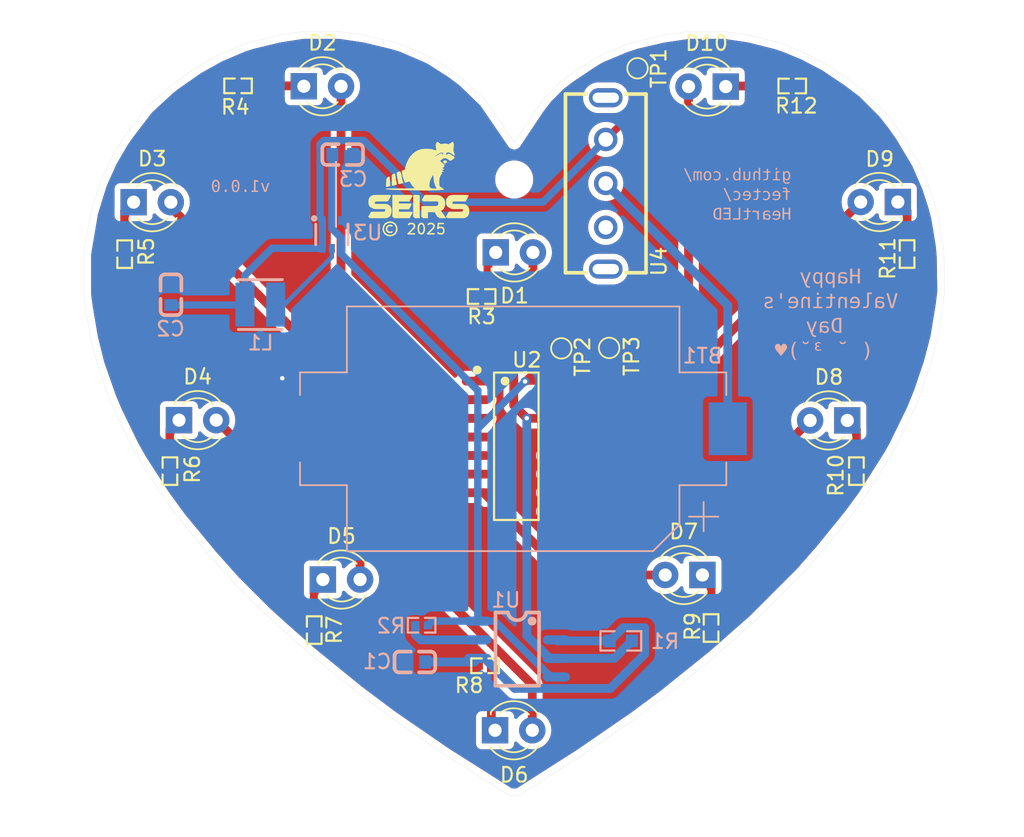
<source format=kicad_pcb>
(kicad_pcb (version 20240108) (generator "pcbnew") (generator_version "8.0")
  (layers (0 "F.Cu" signal) (31 "B.Cu" signal) (34 "B.Paste" user) (35 "F.Paste" user) (36 "B.SilkS" user "B.Silkscreen") (37 "F.SilkS" user "F.Silkscreen") (38 "B.Mask" user) (39 "F.Mask" user) (44 "Edge.Cuts" user))
  (net 0 "")
  (net 1 "Net-(BT1-+)")
  (net 2 "GND")
  (net 3 "Net-(U1-THRESHOLD)")
  (net 4 "+3V")
  (net 5 "Net-(D5-K)")
  (net 6 "Net-(D1-A)")
  (net 7 "Net-(D2-A)")
  (net 8 "Net-(D3-A)")
  (net 9 "Net-(D4-A)")
  (net 10 "Net-(D5-A)")
  (net 11 "Net-(D6-A)")
  (net 12 "Net-(D7-A)")
  (net 13 "Net-(D8-A)")
  (net 14 "Net-(D9-A)")
  (net 15 "Net-(D10-A)")
  (net 16 "ASTABLE_OUTPUT")
  (net 17 "Net-(U1-DISCHARGE)")
  (net 22 "Net-(D2-K)")
  (net 23 "Net-(D3-K)")
  (net 24 "Net-(D4-K)")
  (net 25 "Net-(D6-K)")
  (net 26 "Net-(D7-K)")
  (net 27 "Net-(D8-K)")
  (net 28 "Net-(D9-K)")
  (net 29 "Net-(D10-K)")
  (net 30 "Net-(D1-K)")
  (net 31 "+5V")
  (net 33 "Net-(U3-L)")
  (footprint "FOOTPRINTS:0402WGJ0332TCE" (layer "F.Cu") (at 156.82 87.69 90)
    (property "Reference" "R11" (at -0.31 -1.32 90) (layer "F.SilkS"))
    (property "Value" "3.3k")
    (pad "1" smd rect (at -0.43 0 90) (size 0.57 0.54) (layers "F.Cu" "F.Paste" "F.Mask") (net 2 "GND"))
    (pad "2" smd rect (at 0.43 0 90) (size 0.57 0.54) (layers "F.Cu" "F.Paste" "F.Mask") (net 28 "Net-(D9-K)"))
  )
  (footprint "LED_THT:LED_D3.0mm" (layer "F.Cu") (at 104.02 84.15)
    (property "Reference" "D3" (at 1.27 -2.96 0) (layer "F.SilkS"))
    (property "Value" "LED")
    (pad "1" thru_hole rect (at 0 0) (size 1.8 1.8) (drill 0.9) (layers "*.Cu" "*.Mask") (net 23 "Net-(D3-K)"))
    (pad "2" thru_hole circle (at 2.54 0) (size 1.8 1.8) (drill 0.9) (layers "*.Cu" "*.Mask") (net 8 "Net-(D3-A)"))
  )
  (footprint "FOOTPRINTS:0402WGJ0332TCE" (layer "F.Cu") (at 143.44 113.22 -90)
    (property "Reference" "R9" (at -0.1 1.27 90) (layer "F.SilkS"))
    (property "Value" "3.3k")
    (pad "1" smd rect (at -0.43 0 270) (size 0.57 0.54) (layers "F.Cu" "F.Paste" "F.Mask") (net 26 "Net-(D7-K)"))
    (pad "2" smd rect (at 0.43 0 270) (size 0.57 0.54) (layers "F.Cu" "F.Paste" "F.Mask") (net 2 "GND"))
  )
  (footprint "TestPoint:TestPoint_Pad_D1.0mm" (layer "F.Cu") (at 133.22 94.13 -90)
    (property "Reference" "TP2" (at 0.56 -1.448 90) (layer "F.SilkS"))
    (property "Value" "TestPoint")
    (pad "1" smd circle (at 0 0 270) (size 1 1) (layers "F.Cu" "F.Mask") (net 31 "+5V"))
  )
  (footprint "LED_THT:LED_D3.0mm" (layer "F.Cu") (at 156.19 84.14 180)
    (property "Reference" "D9" (at 1.24 2.93 0) (layer "F.SilkS"))
    (property "Value" "LED")
    (pad "1" thru_hole rect (at 0 0 180) (size 1.8 1.8) (drill 0.9) (layers "*.Cu" "*.Mask") (net 28 "Net-(D9-K)"))
    (pad "2" thru_hole circle (at 2.54 0 180) (size 1.8 1.8) (drill 0.9) (layers "*.Cu" "*.Mask") (net 14 "Net-(D9-A)"))
  )
  (footprint "LED_THT:LED_D3.0mm" (layer "F.Cu") (at 152.74 99.05 180)
    (property "Reference" "D8" (at 1.26 2.96 0) (layer "F.SilkS"))
    (property "Value" "LED")
    (pad "1" thru_hole rect (at 0 0 180) (size 1.8 1.8) (drill 0.9) (layers "*.Cu" "*.Mask") (net 27 "Net-(D8-K)"))
    (pad "2" thru_hole circle (at 2.54 0 180) (size 1.8 1.8) (drill 0.9) (layers "*.Cu" "*.Mask") (net 13 "Net-(D8-A)"))
  )
  (footprint "LED_THT:LED_D3.0mm" (layer "F.Cu") (at 115.64 76.24)
    (property "Reference" "D2" (at 1.27 -2.96 0) (layer "F.SilkS"))
    (property "Value" "LED")
    (pad "1" thru_hole rect (at 0 0) (size 1.8 1.8) (drill 0.9) (layers "*.Cu" "*.Mask") (net 22 "Net-(D2-K)"))
    (pad "2" thru_hole circle (at 2.54 0) (size 1.8 1.8) (drill 0.9) (layers "*.Cu" "*.Mask") (net 7 "Net-(D2-A)"))
  )
  (footprint "LED_THT:LED_D3.0mm" (layer "F.Cu") (at 107.12 99.03)
    (property "Reference" "D4" (at 1.27 -2.96 0) (layer "F.SilkS"))
    (property "Value" "LED")
    (pad "1" thru_hole rect (at 0 0) (size 1.8 1.8) (drill 0.9) (layers "*.Cu" "*.Mask") (net 24 "Net-(D4-K)"))
    (pad "2" thru_hole circle (at 2.54 0) (size 1.8 1.8) (drill 0.9) (layers "*.Cu" "*.Mask") (net 9 "Net-(D4-A)"))
  )
  (footprint "FOOTPRINTS:0402WGJ0332TCE" (layer "F.Cu") (at 103.41 87.7 -90)
    (property "Reference" "R5" (at -0.17 -1.48 90) (layer "F.SilkS"))
    (property "Value" "3.3k")
    (pad "1" smd rect (at -0.43 0 270) (size 0.57 0.54) (layers "F.Cu" "F.Paste" "F.Mask") (net 23 "Net-(D3-K)"))
    (pad "2" smd rect (at 0.43 0 270) (size 0.57 0.54) (layers "F.Cu" "F.Paste" "F.Mask") (net 2 "GND"))
  )
  (footprint "FOOTPRINTS:CD4017BM96" (layer "F.Cu") (at 130.145 100.815 -90)
    (property "Reference" "U2" (at -5.895 -0.715 0) (layer "F.SilkS"))
    (property "Value" "CD4017BM96")
    (pad "1" smd oval (at -4.45 2.74 270) (size 0.6 1.97) (layers "F.Cu" "F.Paste" "F.Mask") (net 6 "Net-(D1-A)"))
    (pad "2" smd oval (at -3.18 2.74 270) (size 0.6 1.97) (layers "F.Cu" "F.Paste" "F.Mask") (net 7 "Net-(D2-A)"))
    (pad "3" smd oval (at -1.91 2.74 270) (size 0.6 1.97) (layers "F.Cu" "F.Paste" "F.Mask") (net 8 "Net-(D3-A)"))
    (pad "4" smd oval (at -0.63 2.74 270) (size 0.6 1.97) (layers "F.Cu" "F.Paste" "F.Mask") (net 9 "Net-(D4-A)"))
    (pad "5" smd oval (at 0.63 2.74 270) (size 0.6 1.97) (layers "F.Cu" "F.Paste" "F.Mask") (net 10 "Net-(D5-A)"))
    (pad "6" smd oval (at 1.9 2.74 270) (size 0.6 1.97) (layers "F.Cu" "F.Paste" "F.Mask") (net 11 "Net-(D6-A)"))
    (pad "7" smd oval (at 3.17 2.74 270) (size 0.6 1.97) (layers "F.Cu" "F.Paste" "F.Mask") (net 12 "Net-(D7-A)"))
    (pad "8" smd oval (at 4.44 2.74 270) (size 0.6 1.97) (layers "F.Cu" "F.Paste" "F.Mask") (net 2 "GND"))
    (pad "9" smd oval (at 4.44 -2.74 270) (size 0.6 1.97) (layers "F.Cu" "F.Paste" "F.Mask") (net 13 "Net-(D8-A)"))
    (pad "10" smd oval (at 3.17 -2.74 270) (size 0.6 1.97) (layers "F.Cu" "F.Paste" "F.Mask") (net 14 "Net-(D9-A)"))
    (pad "11" smd oval (at 1.9 -2.74 270) (size 0.6 1.97) (layers "F.Cu" "F.Paste" "F.Mask") (net 15 "Net-(D10-A)"))
    (pad "12" smd oval (at 0.63 -2.74 270) (size 0.6 1.97) (layers "F.Cu" "F.Paste" "F.Mask"))
    (pad "13" smd oval (at -0.63 -2.74 270) (size 0.6 1.97) (layers "F.Cu" "F.Paste" "F.Mask") (net 2 "GND"))
    (pad "14" smd oval (at -1.91 -2.74 270) (size 0.6 1.97) (layers "F.Cu" "F.Paste" "F.Mask") (net 16 "ASTABLE_OUTPUT"))
    (pad "15" smd oval (at -3.18 -2.74 270) (size 0.6 1.97) (layers "F.Cu" "F.Paste" "F.Mask"))
    (pad "16" smd oval (at -4.45 -2.74 270) (size 0.6 1.97) (layers "F.Cu" "F.Paste" "F.Mask") (net 31 "+5V"))
  )
  (footprint "FOOTPRINTS:0402WGJ0332TCE" (layer "F.Cu") (at 106.5 102.51 -90)
    (property "Reference" "R6" (at -0.13 -1.53 90) (layer "F.SilkS"))
    (property "Value" "3.3k")
    (pad "1" smd rect (at -0.43 0 270) (size 0.57 0.54) (layers "F.Cu" "F.Paste" "F.Mask") (net 24 "Net-(D4-K)"))
    (pad "2" smd rect (at 0.43 0 270) (size 0.57 0.54) (layers "F.Cu" "F.Paste" "F.Mask") (net 2 "GND"))
  )
  (footprint "FOOTPRINTS:HX SS12F44G4" (layer "F.Cu") (at 136.25 82.87 90)
    (property "Reference" "U4" (at -5.33 3.64 90) (layer "F.SilkS"))
    (property "Value" "HX SS12F44G4")
    (pad "1" thru_hole circle (at -3 0 90) (size 1.6 1.6) (drill 0.999998) (layers "*.Cu" "*.Mask"))
    (pad "2" thru_hole circle (at 0 0 90) (size 1.6 1.6) (drill 0.999998) (layers "*.Cu" "*.Mask") (net 1 "Net-(BT1-+)"))
    (pad "3" thru_hole circle (at 3 0 90) (size 1.6 1.6) (drill 0.999998) (layers "*.Cu" "*.Mask") (net 4 "+3V"))
    (pad "4" thru_hole oval (at 5.85 0 270) (size 1.3 2.3) (drill oval 0.700024 1.799996) (layers "*.Cu" "*.Mask"))
    (pad "5" thru_hole oval (at -5.85 0 270) (size 1.3 2.3) (drill oval 0.700024 1.799996) (layers "*.Cu" "*.Mask"))
  )
  (footprint "LED_THT:LED_D3.0mm" (layer "F.Cu") (at 142.85 109.6 180)
    (property "Reference" "D7" (at 1.28 2.96 0) (layer "F.SilkS"))
    (property "Value" "LED")
    (pad "1" thru_hole rect (at 0 0 180) (size 1.8 1.8) (drill 0.9) (layers "*.Cu" "*.Mask") (net 26 "Net-(D7-K)"))
    (pad "2" thru_hole circle (at 2.54 0 180) (size 1.8 1.8) (drill 0.9) (layers "*.Cu" "*.Mask") (net 12 "Net-(D7-A)"))
  )
  (footprint "FOOTPRINTS:0402WGJ0332TCE" (layer "F.Cu") (at 116.35 113.36 90)
    (property "Reference" "R7" (at 0.01 1.37 90) (layer "F.SilkS"))
    (property "Value" "3.3k")
    (pad "1" smd rect (at -0.43 0 90) (size 0.57 0.54) (layers "F.Cu" "F.Paste" "F.Mask") (net 2 "GND"))
    (pad "2" smd rect (at 0.43 0 90) (size 0.57 0.54) (layers "F.Cu" "F.Paste" "F.Mask") (net 5 "Net-(D5-K)"))
  )
  (footprint "LED_THT:LED_D3.0mm" (layer "F.Cu") (at 144.44 76.26 180)
    (property "Reference" "D10" (at 1.3 2.96 0) (layer "F.SilkS"))
    (property "Value" "LED")
    (pad "1" thru_hole rect (at 0 0 180) (size 1.8 1.8) (drill 0.9) (layers "*.Cu" "*.Mask") (net 29 "Net-(D10-K)"))
    (pad "2" thru_hole circle (at 2.54 0 180) (size 1.8 1.8) (drill 0.9) (layers "*.Cu" "*.Mask") (net 15 "Net-(D10-A)"))
  )
  (footprint "FOOTPRINTS:0402WGJ0332TCE" (layer "F.Cu") (at 111.15 76.21 180)
    (property "Reference" "R4" (at 0.19 -1.45 0) (layer "F.SilkS"))
    (property "Value" "3.3k")
    (pad "1" smd rect (at -0.43 0 180) (size 0.57 0.54) (layers "F.Cu" "F.Paste" "F.Mask") (net 22 "Net-(D2-K)"))
    (pad "2" smd rect (at 0.43 0 180) (size 0.57 0.54) (layers "F.Cu" "F.Paste" "F.Mask") (net 2 "GND"))
  )
  (footprint "FOOTPRINTS:seirslogo" (layer "F.Cu") (at 123.455144 84.537947)
    (property "Reference" "G***" (hide yes))
    (property "Value" "LOGO" (hide yes))
  )
  (footprint "MountingHole:MountingHole_2.1mm" (layer "F.Cu") (at 130 82.6)
    (property "Reference" "H1" (hide yes))
    (property "Value" "MountingHole")
    (pad "" np_thru_hole circle (at 0 0) (size 2.1 2.1) (drill 2.1) (layers "*.Cu" "*.Mask"))
  )
  (footprint "LED_THT:LED_D3.0mm" (layer "F.Cu") (at 116.94 109.91)
    (property "Reference" "D5" (at 1.27 -2.96 0) (layer "F.SilkS"))
    (property "Value" "LED")
    (pad "1" thru_hole rect (at 0 0) (size 1.8 1.8) (drill 0.9) (layers "*.Cu" "*.Mask") (net 5 "Net-(D5-K)"))
    (pad "2" thru_hole circle (at 2.54 0) (size 1.8 1.8) (drill 0.9) (layers "*.Cu" "*.Mask") (net 10 "Net-(D5-A)"))
  )
  (footprint "FOOTPRINTS:0402WGJ0332TCE" (layer "F.Cu") (at 148.98 76.22 180)
    (property "Reference" "R12" (at -0.28 -1.36 0) (layer "F.SilkS"))
    (property "Value" "3.3k")
    (pad "1" smd rect (at -0.43 0 180) (size 0.57 0.54) (layers "F.Cu" "F.Paste" "F.Mask") (net 2 "GND"))
    (pad "2" smd rect (at 0.43 0 180) (size 0.57 0.54) (layers "F.Cu" "F.Paste" "F.Mask") (net 29 "Net-(D10-K)"))
  )
  (footprint "TestPoint:TestPoint_Pad_D1.0mm" (layer "F.Cu") (at 136.48 94.1 -90)
    (property "Reference" "TP3" (at 0.56 -1.54 90) (layer "F.SilkS"))
    (property "Value" "TestPoint")
    (pad "1" smd circle (at 0 0 270) (size 1 1) (layers "F.Cu" "F.Mask") (net 16 "ASTABLE_OUTPUT"))
  )
  (footprint "FOOTPRINTS:0402WGJ0332TCE" (layer "F.Cu") (at 153.36 102.51 90)
    (property "Reference" "R10" (at -0.29 -1.4 90) (layer "F.SilkS"))
    (property "Value" "3.3k")
    (pad "1" smd rect (at -0.43 0 90) (size 0.57 0.54) (layers "F.Cu" "F.Paste" "F.Mask") (net 2 "GND"))
    (pad "2" smd rect (at 0.43 0 90) (size 0.57 0.54) (layers "F.Cu" "F.Paste" "F.Mask") (net 27 "Net-(D8-K)"))
  )
  (footprint "LED_THT:LED_D3.0mm" (layer "F.Cu") (at 128.695 120.2)
    (property "Reference" "D6" (at 1.305 3.05 0) (layer "F.SilkS"))
    (property "Value" "LED")
    (pad "1" thru_hole rect (at 0 0) (size 1.8 1.8) (drill 0.9) (layers "*.Cu" "*.Mask") (net 25 "Net-(D6-K)"))
    (pad "2" thru_hole circle (at 2.54 0) (size 1.8 1.8) (drill 0.9) (layers "*.Cu" "*.Mask") (net 11 "Net-(D6-A)"))
  )
  (footprint "TestPoint:TestPoint_Pad_D1.0mm" (layer "F.Cu") (at 138.42 75.01 -90)
    (property "Reference" "TP1" (at 0 -1.448 90) (layer "F.SilkS"))
    (property "Value" "TestPoint")
    (pad "1" smd circle (at 0 0 270) (size 1 1) (layers "F.Cu" "F.Mask") (net 4 "+3V"))
  )
  (footprint "FOOTPRINTS:raccoonimage" (layer "F.Cu") (at 123.51 81.74)
    (property "Reference" "G***" (hide yes))
    (property "Value" "LOGO" (hide yes))
  )
  (footprint "FOOTPRINTS:0402WGJ0332TCE" (layer "F.Cu") (at 128.0112 115.795 180)
    (property "Reference" "R8" (at 1.0912 -1.345 0) (layer "F.SilkS"))
    (property "Value" "3.3k")
    (pad "1" smd rect (at -0.43 0 180) (size 0.57 0.54) (layers "F.Cu" "F.Paste" "F.Mask") (net 25 "Net-(D6-K)"))
    (pad "2" smd rect (at 0.43 0 180) (size 0.57 0.54) (layers "F.Cu" "F.Paste" "F.Mask") (net 2 "GND"))
  )
  (footprint "LED_THT:LED_D3.0mm" (layer "F.Cu") (at 128.74 87.58)
    (property "Reference" "D1" (at 1.28 2.96 0) (layer "F.SilkS"))
    (property "Value" "LED")
    (pad "1" thru_hole rect (at 0 0) (size 1.8 1.8) (drill 0.9) (layers "*.Cu" "*.Mask") (net 30 "Net-(D1-K)"))
    (pad "2" thru_hole circle (at 2.54 0) (size 1.8 1.8) (drill 0.9) (layers "*.Cu" "*.Mask") (net 6 "Net-(D1-A)"))
  )
  (footprint "FOOTPRINTS:0402WGJ0332TCE" (layer "F.Cu") (at 127.78 90.59 180)
    (property "Reference" "R3" (at 0.01 -1.37 0) (layer "F.SilkS"))
    (property "Value" "3.3k")
    (pad "1" smd rect (at -0.43 0 180) (size 0.57 0.54) (layers "F.Cu" "F.Paste" "F.Mask") (net 30 "Net-(D1-K)"))
    (pad "2" smd rect (at 0.43 0 180) (size 0.57 0.54) (layers "F.Cu" "F.Paste" "F.Mask") (net 2 "GND"))
  )
  (footprint "FOOTPRINTS:LQH3NPN4R7MMEL" (layer "B.Cu") (at 112.67 91.14)
    (property "Reference" "L1" (at 0.02 2.61 0) (layer "B.SilkS") (effects (justify mirror)))
    (property "Value" "4.7uH")
    (pad "1" smd rect (at -1.05 0) (size 1.3 3) (layers "B.Cu" "B.Paste" "B.Mask") (net 4 "+3V"))
    (pad "2" smd rect (at 1.05 0) (size 1.3 3) (layers "B.Cu" "B.Paste" "B.Mask") (net 33 "Net-(U3-L)"))
  )
  (footprint "FOOTPRINTS:CL10A106MQ8NNNC" (layer "B.Cu") (at 106.57 90.47 90)
    (property "Reference" "C2" (at -2.33 -0.03 0) (layer "B.SilkS") (effects (justify mirror)))
    (property "Value" "10uF")
    (pad "1" smd rect (at -0.7 0 90) (size 0.8 0.9) (layers "B.Cu" "B.Paste" "B.Mask") (net 4 "+3V"))
    (pad "2" smd rect (at 0.7 0 90) (size 0.8 0.9) (layers "B.Cu" "B.Paste" "B.Mask") (net 2 "GND"))
  )
  (footprint "FOOTPRINTS:CL10A475KP8NNNC" (layer "B.Cu") (at 123.22 115.54 180)
    (property "Reference" "C1" (at 2.58 0.03 0) (layer "B.SilkS") (effects (justify mirror)))
    (property "Value" "4.7uF")
    (pad "1" smd rect (at -0.7 0 180) (size 0.8 0.9) (layers "B.Cu" "B.Paste" "B.Mask") (net 3 "Net-(U1-THRESHOLD)"))
    (pad "2" smd rect (at 0.7 0 180) (size 0.8 0.9) (layers "B.Cu" "B.Paste" "B.Mask") (net 2 "GND"))
  )
  (footprint "FOOTPRINTS:0402WGJ0103TCE" (layer "B.Cu") (at 123.68 113.03)
    (property "Reference" "R2" (at -2.09 0.04 0) (layer "B.SilkS") (effects (justify mirror)))
    (property "Value" "10k")
    (pad "1" smd rect (at -0.43 0) (size 0.57 0.54) (layers "B.Cu" "B.Paste" "B.Mask") (net 17 "Net-(U1-DISCHARGE)"))
    (pad "2" smd rect (at 0.43 0) (size 0.57 0.54) (layers "B.Cu" "B.Paste" "B.Mask") (net 31 "+5V"))
  )
  (footprint "Battery:BatteryHolder_Keystone_1060_1x2032" (layer "B.Cu") (at 129.93 99.62 180)
    (property "Reference" "BT1" (at -12.93 4.98 0) (layer "B.SilkS") (effects (justify mirror)))
    (property "Value" "Battery_Cell")
    (pad "1" smd rect (at -14.65 0) (size 2.6 3.6) (layers "B.Cu" "B.Paste" "B.Mask") (net 1 "Net-(BT1-+)"))
    (pad "2" smd rect (at 14.65 0) (size 2.6 3.6) (layers "B.Cu" "B.Paste" "B.Mask") (net 2 "GND"))
  )
  (footprint "FOOTPRINTS:TPS61222DCKR" (layer "B.Cu") (at 117.555208 86.350208 90)
    (property "Reference" "U3" (at 0.110208 2.444792 0) (layer "B.SilkS") (effects (justify mirror)))
    (property "Value" "TPS61222DCKR")
    (pad "1" smd rect (at 0.95 -0.65) (size 0.42 0.6) (layers "B.Cu" "B.Paste" "B.Mask") (net 4 "+3V"))
    (pad "2" smd rect (at 0.95 0) (size 0.42 0.6) (layers "B.Cu" "B.Paste" "B.Mask") (net 31 "+5V"))
    (pad "3" smd rect (at 0.95 0.65) (size 0.42 0.6) (layers "B.Cu" "B.Paste" "B.Mask") (net 2 "GND"))
    (pad "4" smd rect (at -0.95 0.65 180) (size 0.42 0.6) (layers "B.Cu" "B.Paste" "B.Mask") (net 31 "+5V"))
    (pad "5" smd rect (at -0.95 0 180) (size 0.42 0.6) (layers "B.Cu" "B.Paste" "B.Mask") (net 33 "Net-(U3-L)"))
    (pad "6" smd rect (at -0.95 -0.65 180) (size 0.42 0.6) (layers "B.Cu" "B.Paste" "B.Mask") (net 4 "+3V"))
  )
  (footprint "FOOTPRINTS:CL10A106MQ8NNNC" (layer "B.Cu") (at 118.29 80.9)
    (property "Reference" "C3" (at 0.72 1.68 0) (layer "B.SilkS") (effects (justify mirror)))
    (property "Value" "10uF")
    (pad "1" smd rect (at -0.7 0) (size 0.8 0.9) (layers "B.Cu" "B.Paste" "B.Mask") (net 31 "+5V"))
    (pad "2" smd rect (at 0.7 0) (size 0.8 0.9) (layers "B.Cu" "B.Paste" "B.Mask") (net 2 "GND"))
  )
  (footprint "FOOTPRINTS:ICM7555IBAZ-T" (layer "B.Cu") (at 130.2 114.66 -90)
    (property "Reference" "U1" (at -3.35 0.77 0) (layer "B.SilkS") (effects (justify mirror)))
    (property "Value" "ICM7555IBAZ-T")
    (pad "1" smd oval (at -1.91 -2.68 270) (size 0.63 1.86) (layers "B.Cu" "B.Paste" "B.Mask") (net 2 "GND"))
    (pad "2" smd oval (at -0.63 -2.68 270) (size 0.63 1.86) (layers "B.Cu" "B.Paste" "B.Mask") (net 3 "Net-(U1-THRESHOLD)"))
    (pad "3" smd oval (at 0.63 -2.68 270) (size 0.63 1.86) (layers "B.Cu" "B.Paste" "B.Mask") (net 16 "ASTABLE_OUTPUT"))
    (pad "4" smd oval (at 1.9 -2.68 270) (size 0.63 1.86) (layers "B.Cu" "B.Paste" "B.Mask") (net 31 "+5V"))
    (pad "5" smd oval (at 1.9 2.68 270) (size 0.63 1.86) (layers "B.Cu" "B.Paste" "B.Mask") (net 2 "GND"))
    (pad "6" smd oval (at 0.63 2.68 270) (size 0.63 1.86) (layers "B.Cu" "B.Paste" "B.Mask") (net 3 "Net-(U1-THRESHOLD)"))
    (pad "7" smd oval (at -0.63 2.68 270) (size 0.63 1.86) (layers "B.Cu" "B.Paste" "B.Mask") (net 17 "Net-(U1-DISCHARGE)"))
    (pad "8" smd oval (at -1.91 2.68 270) (size 0.63 1.86) (layers "B.Cu" "B.Paste" "B.Mask") (net 31 "+5V"))
  )
  (footprint "FOOTPRINTS:0603WAJ0104T5E" (layer "B.Cu") (at 137.28 114.1 180)
    (property "Reference" "R1" (at -3.01 -0.03 0) (layer "B.SilkS") (effects (justify mirror)))
    (property "Value" "100k")
    (pad "1" smd rect (at -0.75 0 180) (size 0.81 0.86) (layers "B.Cu" "B.Paste" "B.Mask") (net 16 "ASTABLE_OUTPUT"))
    (pad "2" smd rect (at 0.75 0 180) (size 0.81 0.86) (layers "B.Cu" "B.Paste" "B.Mask") (net 3 "Net-(U1-THRESHOLD)"))
  )
  (gr_line (start 159.38 90.264) (end 159.339361 87.818967) (stroke (width 0.0148)) (layer "Edge.Cuts"))
  (gr_line (start 101.189882 84.559471) (end 101.096462 84.867692) (stroke (width 0.0148)) (layer "Edge.Cuts"))
  (gr_line (start 118.088 72.504) (end 115.572 72.504) (stroke (width 0.0148)) (layer "Edge.Cuts"))
  (gr_line (start 133.036 76.056) (end 132.148 76.944) (stroke (width 0.0148)) (layer "Edge.Cuts"))
  (gr_line (start 131.796197 77.403164) (end 131.57376 77.69732) (stroke (width 0.0148)) (layer "Edge.Cuts"))
  (gr_line (start 100.731361 91.296967) (end 101.094118 93.439471) (stroke (width 0.0148)) (layer "Edge.Cuts"))
  (gr_line (start 102.3408 97.5086) (end 102.7552 98.4854) (stroke (width 0.0148)) (layer "Edge.Cuts"))
  (gr_line (start 134.504615 121.992923) (end 134.675385 121.879077) (stroke (width 0.0148)) (layer "Edge.Cuts"))
  (gr_line (start 156.511077 79.596615) (end 155.993077 78.856615) (stroke (width 0.0148)) (layer "Edge.Cuts"))
  (gr_line (start 114.109226 113.259544) (end 116.031671 114.961718) (stroke (width 0.0148)) (layer "Edge.Cuts"))
  (gr_line (start 158.964462 85.226308) (end 158.761882 84.424529) (stroke (width 0.0148)) (layer "Edge.Cuts"))
  (gr_line (start 158.444118 95.154529) (end 158.909882 93.365471) (stroke (width 0.0148)) (layer "Edge.Cuts"))
  (gr_line (start 101.096462 84.867692) (end 100.624 87.674) (stroke (width 0.0148)) (layer "Edge.Cuts"))
  (gr_line (start 150.999628 108.007669) (end 152.95976 105.59532) (stroke (width 0.0148)) (layer "Edge.Cuts"))
  (gr_line (start 132.148 76.944) (end 131.796197 77.403164) (stroke (width 0.0148)) (layer "Edge.Cuts"))
  (gr_line (start 147.9174 73.2218) (end 146.055 72.756) (stroke (width 0.0148)) (layer "Edge.Cuts"))
  (gr_line (start 152.95976 105.59532) (end 153.96024 104.23668) (stroke (width 0.0148)) (layer "Edge.Cuts"))
  (gr_line (start 130.09376 79.91732) (end 130.002 80.052) (stroke (width 0.0148)) (layer "Edge.Cuts"))
  (gr_line (start 103.601077 79.397385) (end 103.23176 79.91732) (stroke (width 0.0148)) (layer "Edge.Cuts"))
  (gr_line (start 152.85468 75.77776) (end 151.3066 74.7388) (stroke (width 0.0148)) (layer "Edge.Cuts"))
  (gr_line (start 128.078 77.24) (end 126.61132 75.81624) (stroke (width 0.0148)) (layer "Edge.Cuts"))
  (gr_line (start 102.4148 81.3174) (end 101.7192 82.8566) (stroke (width 0.0148)) (layer "Edge.Cuts"))
  (gr_line (start 135.3966 74.4132) (end 133.78932 75.48176) (stroke (width 0.0148)) (layer "Edge.Cuts"))
  (gr_line (start 140.22732 117.95776) (end 143.676329 115.183718) (stroke (width 0.0148)) (layer "Edge.Cuts"))
  (gr_line (start 134.675385 121.879077) (end 138.27668 119.40224) (stroke (width 0.0148)) (layer "Edge.Cuts"))
  (gr_line (start 129.5654 124.5852) (end 129.6246 124.6148) (stroke (width 0.0148)) (layer "Edge.Cuts"))
  (gr_line (start 129.706 124.674) (end 130.298 124.674) (stroke (width 0.0148)) (layer "Edge.Cuts"))
  (gr_line (start 137.5426 73.4438) (end 135.8554 74.1468) (stroke (width 0.0148)) (layer "Edge.Cuts"))
  (gr_line (start 124.3706 74.2948) (end 124.0746 74.1468) (stroke (width 0.0148)) (layer "Edge.Cuts"))
  (gr_line (start 126.61132 75.81624) (end 125.77068 75.18576) (stroke (width 0.0148)) (layer "Edge.Cuts"))
  (gr_line (start 143.676329 115.183718) (end 145.484558 113.592398) (stroke (width 0.0148)) (layer "Edge.Cuts"))
  (gr_line (start 145.484558 113.592398) (end 146.43 112.76) (stroke (width 0.0148)) (layer "Edge.Cuts"))
  (gr_line (start 151.3066 74.7388) (end 149.8414 73.9692) (stroke (width 0.0148)) (layer "Edge.Cuts"))
  (gr_line (start 124.0746 74.1468) (end 122.3726 73.4142) (stroke (width 0.0148)) (layer "Edge.Cuts"))
  (gr_line (start 107.11824 105.74332) (end 109.263664 108.336044) (stroke (width 0.0148)) (layer "Edge.Cuts"))
  (gr_line (start 144.358 72.504) (end 141.916 72.504) (stroke (width 0.0148)) (layer "Edge.Cuts"))
  (gr_line (start 130.002 80.052) (end 128.078 77.24) (stroke (width 0.0148)) (layer "Edge.Cuts"))
  (gr_line (start 111.4354 73.4142) (end 109.8814 74.0728) (stroke (width 0.0148)) (layer "Edge.Cuts"))
  (gr_line (start 103.897077 100.834615) (end 104.4572 101.8154) (stroke (width 0.0148)) (layer "Edge.Cuts"))
  (gr_line (start 113.949 72.756) (end 112.100529 73.196118) (stroke (width 0.0148)) (layer "Edge.Cuts"))
  (gr_line (start 100.624 90.486) (end 100.731361 91.296967) (stroke (width 0.0148)) (layer "Edge.Cuts"))
  (gr_line (start 159.339361 87.818967) (end 159.272639 87.085033) (stroke (width 0.0148)) (layer "Edge.Cuts"))
  (gr_line (start 100.624 87.674) (end 100.624 90.486) (stroke (width 0.0148)) (layer "Edge.Cuts"))
  (gr_line (start 135.8554 74.1468) (end 135.3966 74.4132) (stroke (width 0.0148)) (layer "Edge.Cuts"))
  (gr_line (start 157.2932 98.3226) (end 157.7668 97.1534) (stroke (width 0.0148)) (layer "Edge.Cuts"))
  (gr_line (start 119.785 72.756) (end 118.088 72.504) (stroke (width 0.0148)) (layer "Edge.Cuts"))
  (gr_line (start 131.57376 77.69732) (end 130.09376 79.91732) (stroke (width 0.0148)) (layer "Edge.Cuts"))
  (gr_line (start 104.4572 101.8154) (end 105.96976 104.16268) (stroke (width 0.0148)) (layer "Edge.Cuts"))
  (gr_line (start 130.298 124.674) (end 134.504615 121.992923) (stroke (width 0.0148)) (layer "Edge.Cuts"))
  (gr_line (start 158.3292 83.0934) (end 157.6188 81.4506) (stroke (width 0.0148)) (layer "Edge.Cuts"))
  (gr_line (start 146.43 112.76) (end 149.686 109.504) (stroke (width 0.0148)) (layer "Edge.Cuts"))
  (gr_line (start 103.23176 79.91732) (end 102.4148 81.3174) (stroke (width 0.0148)) (layer "Edge.Cuts"))
  (gr_line (start 106.381561 76.333951) (end 104.916 77.684) (stroke (width 0.0148)) (layer "Edge.Cuts"))
  (gr_line (start 108.234615 75.002923) (end 106.706439 76.074049) (stroke (width 0.0148)) (layer "Edge.Cuts"))
  (gr_line (start 141.916 72.504) (end 140.135 72.77) (stroke (width 0.0148)) (layer "Edge.Cuts"))
  (gr_line (start 155.993077 78.856615) (end 155.31 77.98) (stroke (width 0.0148)) (layer "Edge.Cuts"))
  (gr_line (start 121.720529 73.217882) (end 119.785 72.756) (stroke (width 0.0148)) (layer "Edge.Cuts"))
  (gr_line (start 101.7192 82.8566) (end 101.189882 84.559471) (stroke (width 0.0148)) (layer "Edge.Cuts"))
  (gr_line (start 125.351385 121.918923) (end 129.5654 124.5852) (stroke (width 0.0148)) (layer "Edge.Cuts"))
  (gr_line (start 138.27668 119.40224) (end 140.22732 117.95776) (stroke (width 0.0148)) (layer "Edge.Cuts"))
  (gr_line (start 115.572 72.504) (end 113.949 72.756) (stroke (width 0.0148)) (layer "Edge.Cuts"))
  (gr_line (start 155.31 77.98) (end 153.904 76.574) (stroke (width 0.0148)) (layer "Edge.Cuts"))
  (gr_line (start 158.909882 93.365471) (end 159.272317 91.149193) (stroke (width 0.0148)) (layer "Edge.Cuts"))
  (gr_line (start 156.106923 100.760615) (end 157.2932 98.3226) (stroke (width 0.0148)) (layer "Edge.Cuts"))
  (gr_line (start 133.78932 75.48176) (end 133.54068 75.66824) (stroke (width 0.0148)) (layer "Edge.Cuts"))
  (gr_line (start 153.904 76.574) (end 152.85468 75.77776) (stroke (width 0.0148)) (layer "Edge.Cuts"))
  (gr_line (start 104.916 77.684) (end 103.601077 79.397385) (stroke (width 0.0148)) (layer "Edge.Cuts"))
  (gr_line (start 157.6188 81.4506) (end 156.511077 79.596615) (stroke (width 0.0148)) (layer "Edge.Cuts"))
  (gr_line (start 155.736923 101.426615) (end 156.106923 100.760615) (stroke (width 0.0148)) (layer "Edge.Cuts"))
  (gr_line (start 109.8814 74.0728) (end 109.7926 74.1172) (stroke (width 0.0148)) (layer "Edge.Cuts"))
  (gr_line (start 148.4946 73.4142) (end 147.9174 73.2218) (stroke (width 0.0148)) (layer "Edge.Cuts"))
  (gr_line (start 102.7552 98.4854) (end 103.897077 100.834615) (stroke (width 0.0148)) (layer "Edge.Cuts"))
  (gr_line (start 122.3726 73.4142) (end 121.720529 73.217882) (stroke (width 0.0148)) (layer "Edge.Cuts"))
  (gr_line (start 112.982 112.242) (end 114.109226 113.259544) (stroke (width 0.0148)) (layer "Edge.Cuts"))
  (gr_line (start 125.129385 121.770923) (end 125.351385 121.918923) (stroke (width 0.0148)) (layer "Edge.Cuts"))
  (gr_line (start 109.263664 108.336044) (end 110.836 110.096) (stroke (width 0.0148)) (layer "Edge.Cuts"))
  (gr_line (start 101.538118 95.215471) (end 102.3408 97.5086) (stroke (width 0.0148)) (layer "Edge.Cuts"))
  (gr_line (start 153.96024 104.23668) (end 155.736923 101.426615) (stroke (width 0.0148)) (layer "Edge.Cuts"))
  (gr_line (start 159.272639 87.085033) (end 158.964462 85.226308) (stroke (width 0.0148)) (layer "Edge.Cuts"))
  (gr_line (start 106.706439 76.074049) (end 106.381561 76.333951) (stroke (width 0.0148)) (layer "Edge.Cuts"))
  (gr_line (start 121.57932 119.32824) (end 125.129385 121.770923) (stroke (width 0.0148)) (layer "Edge.Cuts"))
  (gr_line (start 158.761882 84.424529) (end 158.3292 83.0934) (stroke (width 0.0148)) (layer "Edge.Cuts"))
  (gr_line (start 110.836 110.096) (end 112.982 112.242) (stroke (width 0.0148)) (layer "Edge.Cuts"))
  (gr_line (start 133.54068 75.66824) (end 133.036 76.056) (stroke (width 0.0148)) (layer "Edge.Cuts"))
  (gr_line (start 125.77068 75.18576) (end 124.3706 74.2948) (stroke (width 0.0148)) (layer "Edge.Cuts"))
  (gr_line (start 149.8414 73.9692) (end 148.4946 73.4142) (stroke (width 0.0148)) (layer "Edge.Cuts"))
  (gr_line (start 138.296529 73.196118) (end 137.5426 73.4438) (stroke (width 0.0148)) (layer "Edge.Cuts"))
  (gr_line (start 129.6246 124.6148) (end 129.706 124.674) (stroke (width 0.0148)) (layer "Edge.Cuts"))
  (gr_line (start 108.405385 74.889077) (end 108.234615 75.002923) (stroke (width 0.0148)) (layer "Edge.Cuts"))
  (gr_line (start 119.25868 117.58776) (end 121.57932 119.32824) (stroke (width 0.0148)) (layer "Edge.Cuts"))
  (gr_line (start 109.7926 74.1172) (end 108.405385 74.889077) (stroke (width 0.0148)) (layer "Edge.Cuts"))
  (gr_line (start 146.055 72.756) (end 144.358 72.504) (stroke (width 0.0148)) (layer "Edge.Cuts"))
  (gr_line (start 101.094118 93.439471) (end 101.538118 95.215471) (stroke (width 0.0148)) (layer "Edge.Cuts"))
  (gr_line (start 105.96976 104.16268) (end 107.11824 105.74332) (stroke (width 0.0148)) (layer "Edge.Cuts"))
  (gr_line (start 149.686 109.504) (end 150.999628 108.007669) (stroke (width 0.0148)) (layer "Edge.Cuts"))
  (gr_line (start 140.135 72.77) (end 138.296529 73.196118) (stroke (width 0.0148)) (layer "Edge.Cuts"))
  (gr_line (start 157.7668 97.1534) (end 158.444118 95.154529) (stroke (width 0.0148)) (layer "Edge.Cuts"))
  (gr_line (start 116.031671 114.961718) (end 119.25868 117.58776) (stroke (width 0.0148)) (layer "Edge.Cuts"))
  (gr_line (start 112.100529 73.196118) (end 111.4354 73.4142) (stroke (width 0.0148)) (layer "Edge.Cuts"))
  (gr_line (start 159.272317 91.149193) (end 159.38 90.264) (stroke (width 0.0148)) (layer "Edge.Cuts"))
  (gr_text "github.com/\nfectec/\nHeartLED" (at 148.92 83.67 0) (layer "B.SilkS") (effects (font (size 0.8 0.8) (thickness 0.1)) (justify left mirror)))
  (gr_text "v1.0.0" (at 113.34 83.12 0) (layer "B.SilkS") (effects (font (size 0.8 0.8) (thickness 0.1)) (justify left mirror)))
  (gr_text "Happy \nValentine's \nDay\n( ˘ ³˘)♥\n" (at 151.16 91.81 0) (layer "B.SilkS") (effects (font (size 1 1) (thickness 0.1)) (justify mirror)))
  (gr_text "© 2025" (at 120.86 86.4 0) (layer "F.SilkS") (effects (font (size 0.7 0.7) (thickness 0.1)) (justify left bottom)))
  (segment (start 144.58 91.2) (end 136.25 82.87) (width 0.6) (layer "B.Cu") (net 1))
  (segment (start 144.58 99.62) (end 144.58 91.2) (width 0.6) (layer "B.Cu") (net 1))
  (via (at 114.17 96.17) (size 0.6) (drill 0.3) (layers "F.Cu" "B.Cu") (net 2))
  (segment (start 115.28 99.62) (end 115.28 97.28) (width 0.6) (layer "B.Cu") (net 2))
  (segment (start 115.28 97.28) (end 114.17 96.17) (width 0.6) (layer "B.Cu") (net 2))
  (segment (start 130.030158 117.345) (end 127.975158 115.29) (width 0.6) (layer "B.Cu") (net 3))
  (segment (start 138.905 115) (end 136.56 117.345) (width 0.6) (layer "B.Cu") (net 3))
  (segment (start 136.53 114.1) (end 132.95 114.1) (width 0.6) (layer "B.Cu") (net 3))
  (segment (start 138.905 113.2) (end 138.905 115) (width 0.6) (layer "B.Cu") (net 3))
  (segment (start 132.95 114.1) (end 132.88 114.03) (width 0.6) (layer "B.Cu") (net 3))
  (segment (start 123.92 115.54) (end 127.27 115.54) (width 0.6) (layer "B.Cu") (net 3))
  (segment (start 136.53 114.1) (end 137.43 113.2) (width 0.6) (layer "B.Cu") (net 3))
  (segment (start 127.27 115.54) (end 127.52 115.29) (width 0.6) (layer "B.Cu") (net 3))
  (segment (start 127.975158 115.29) (end 127.52 115.29) (width 0.6) (layer "B.Cu") (net 3))
  (segment (start 136.56 117.345) (end 130.030158 117.345) (width 0.6) (layer "B.Cu") (net 3))
  (segment (start 137.43 113.2) (end 138.905 113.2) (width 0.6) (layer "B.Cu") (net 3))
  (segment (start 138.42 75.01) (end 138.42 77.7) (width 0.5) (layer "F.Cu") (net 4))
  (segment (start 138.42 77.7) (end 136.25 79.87) (width 0.5) (layer "F.Cu") (net 4))
  (segment (start 116.75 80.19) (end 116.75 85.245) (width 0.5) (layer "B.Cu") (net 4))
  (segment (start 116.75 85.245) (end 116.905208 85.400208) (width 0.5) (layer "B.Cu") (net 4))
  (segment (start 117 79.94) (end 116.75 80.19) (width 0.5) (layer "B.Cu") (net 4))
  (segment (start 111.62 89.14) (end 111.62 91.14) (width 0.5) (layer "B.Cu") (net 4))
  (segment (start 116.905208 87.300208) (end 113.459792 87.300208) (width 0.5) (layer "B.Cu") (net 4))
  (segment (start 116.905208 87.300208) (end 116.905208 85.400208) (width 0.5) (layer "B.Cu") (net 4))
  (segment (start 136.25 79.87) (end 131.97 84.15) (width 0.5) (layer "B.Cu") (net 4))
  (segment (start 131.97 84.15) (end 123.94 84.15) (width 0.5) (layer "B.Cu") (net 4))
  (segment (start 119.73 79.94) (end 117 79.94) (width 0.5) (layer "B.Cu") (net 4))
  (segment (start 113.459792 87.300208) (end 111.62 89.14) (width 0.5) (layer "B.Cu") (net 4))
  (segment (start 106.57 91.17) (end 111.59 91.17) (width 0.5) (layer "B.Cu") (net 4))
  (segment (start 123.94 84.15) (end 119.73 79.94) (width 0.5) (layer "B.Cu") (net 4))
  (segment (start 116.35 112.93) (end 116.35 110.5) (width 0.6) (layer "F.Cu") (net 5))
  (segment (start 127.405 96.365) (end 131.28 92.49) (width 0.6) (layer "F.Cu") (net 6))
  (segment (start 131.28 92.49) (end 131.28 87.58) (width 0.6) (layer "F.Cu") (net 6))
  (segment (start 118.18 89.395) (end 118.18 76.24) (width 0.6) (layer "F.Cu") (net 7))
  (segment (start 126.42 97.635) (end 118.18 89.395) (width 0.6) (layer "F.Cu") (net 7))
  (segment (start 127.405 97.635) (end 126.42 97.635) (width 0.6) (layer "F.Cu") (net 7))
  (segment (start 120.965 98.905) (end 106.2 84.14) (width 0.6) (layer "F.Cu") (net 8))
  (segment (start 127.405 98.905) (end 120.965 98.905) (width 0.6) (layer "F.Cu") (net 8))
  (segment (start 110.815 100.185) (end 109.66 99.03) (width 0.6) (layer "F.Cu") (net 9))
  (segment (start 127.405 100.185) (end 110.815 100.185) (width 0.6) (layer "F.Cu") (net 9))
  (segment (start 127.405 101.445) (end 126.42 101.445) (width 0.6) (layer "F.Cu") (net 10))
  (segment (start 119.48 108.385) (end 119.48 109.91) (width 0.6) (layer "F.Cu") (net 10))
  (segment (start 126.42 101.445) (end 119.48 108.385) (width 0.6) (layer "F.Cu") (net 10))
  (segment (start 125.76 111.6188) (end 131.235 117.0938) (width 0.6) (layer "F.Cu") (net 11))
  (segment (start 126.42 102.715) (end 125.76 103.375) (width 0.6) (layer "F.Cu") (net 11))
  (segment (start 125.76 103.375) (end 125.76 111.6188) (width 0.6) (layer "F.Cu") (net 11))
  (segment (start 131.235 117.0938) (end 131.235 120.2) (width 0.6) (layer "F.Cu") (net 11))
  (segment (start 127.405 102.715) (end 126.42 102.715) (width 0.6) (layer "F.Cu") (net 11))
  (segment (start 133.523944 109.6) (end 140.31 109.6) (width 0.6) (layer "F.Cu") (net 12))
  (segment (start 127.908944 103.985) (end 133.523944 109.6) (width 0.6) (layer "F.Cu") (net 12))
  (segment (start 132.885 105.255) (end 143.995 105.255) (width 0.6) (layer "F.Cu") (net 13))
  (segment (start 143.995 105.255) (end 150.2 99.05) (width 0.6) (layer "F.Cu") (net 13))
  (segment (start 132.885 103.985) (end 133.805 103.985) (width 0.6) (layer "F.Cu") (net 14))
  (segment (start 133.805 103.985) (end 153.65 84.14) (width 0.6) (layer "F.Cu") (net 14))
  (segment (start 133.87 102.715) (end 141.9 94.685) (width 0.6) (layer "F.Cu") (net 15))
  (segment (start 141.9 94.685) (end 141.9 76.26) (width 0.6) (layer "F.Cu") (net 15))
  (segment (start 132.885 102.715) (end 133.87 102.715) (width 0.6) (layer "F.Cu") (net 15))
  (segment (start 132.71 93.01) (end 135.39 93.01) (width 0.6) (layer "F.Cu") (net 16))
  (segment (start 129.97 95.75) (end 132.71 93.01) (width 0.6) (layer "F.Cu") (net 16))
  (segment (start 130.865 98.905) (end 130.86 98.9) (width 0.6) (layer "F.Cu") (net 16))
  (segment (start 135.39 93.01) (end 136.48 94.1) (width 0.6) (layer "F.Cu") (net 16))
  (segment (start 130.86 98.9) (end 129.97 98.01) (width 0.6) (layer "F.Cu") (net 16))
  (segment (start 132.885 98.905) (end 130.865 98.905) (width 0.6) (layer "F.Cu") (net 16))
  (segment (start 129.97 98.01) (end 129.97 95.75) (width 0.6) (layer "F.Cu") (net 16))
  (via (at 130.86 98.9) (size 0.6) (drill 0.3) (layers "F.Cu" "B.Cu") (net 16))
  (segment (start 132.88 115.29) (end 132.414842 115.29) (width 0.6) (layer "B.Cu") (net 16))
  (segment (start 138.03 114.1) (end 136.84 115.29) (width 0.6) (layer "B.Cu") (net 16))
  (segment (start 132.414842 115.29) (end 130.86 113.735158) (width 0.6) (layer "B.Cu") (net 16))
  (segment (start 130.86 113.735158) (end 130.86 98.9) (width 0.6) (layer "B.Cu") (net 16))
  (segment (start 136.84 115.29) (end 132.88 115.29) (width 0.6) (layer "B.Cu") (net 16))
  (segment (start 123.25 113.03) (end 123.25 113.665) (width 0.6) (layer "B.Cu") (net 17))
  (segment (start 123.615 114.03) (end 127.52 114.03) (width 0.6) (layer "B.Cu") (net 17))
  (segment (start 123.25 113.665) (end 123.615 114.03) (width 0.6) (layer "B.Cu") (net 17))
  (segment (start 111.58 76.21) (end 115.61 76.21) (width 0.6) (layer "F.Cu") (net 22))
  (segment (start 103.41 87.27) (end 103.41 84.76) (width 0.6) (layer "F.Cu") (net 23))
  (segment (start 103.41 84.76) (end 104.02 84.15) (width 0.6) (layer "F.Cu") (net 23))
  (segment (start 106.5 99.65) (end 107.12 99.03) (width 0.6) (layer "F.Cu") (net 24))
  (segment (start 106.5 102.08) (end 106.5 99.65) (width 0.6) (layer "F.Cu") (net 24))
  (segment (start 128.4412 115.795) (end 128.4412 119.9462) (width 0.6) (layer "F.Cu") (net 25))
  (segment (start 143.44 112.79) (end 143.44 110.19) (width 0.6) (layer "F.Cu") (net 26))
  (segment (start 153.36 99.67) (end 152.74 99.05) (width 0.6) (layer "F.Cu") (net 27))
  (segment (start 153.36 102.08) (end 153.36 99.67) (width 0.6) (layer "F.Cu") (net 27))
  (segment (start 156.82 87.26) (end 156.82 84.77) (width 0.6) (layer "F.Cu") (net 28))
  (segment (start 156.82 84.77) (end 156.19 84.14) (width 0.6) (layer "F.Cu") (net 28))
  (segment (start 148.55 76.22) (end 144.48 76.22) (width 0.6) (layer "F.Cu") (net 29))
  (segment (start 128.21 90.59) (end 128.21 88.11) (width 0.6) (layer "F.Cu") (net 30))
  (segment (start 133 94.13) (end 130.74 96.39) (width 0.5) (layer "F.Cu") (net 31))
  (segment (start 130.765 96.365) (end 130.74 96.39) (width 0.5) (layer "F.Cu") (net 31))
  (segment (start 132.885 96.365) (end 130.765 96.365) (width 0.5) (layer "F.Cu") (net 31))
  (via (at 130.74 96.39) (size 0.6) (drill 0.3) (layers "F.Cu" "B.Cu") (net 31))
  (segment (start 127.52 112.75) (end 124.39 112.75) (width 0.5) (layer "B.Cu") (net 31))
  (segment (start 117.555208 85.400208) (end 117.555208 85.950208) (width 0.5) (layer "B.Cu") (net 31))
  (segment (start 117.555208 85.950208) (end 118.205208 86.600208) (width 0.5) (layer "B.Cu") (net 31))
  (segment (start 124.39 112.75) (end 124.11 113.03) (width 0.5) (layer "B.Cu") (net 31))
  (segment (start 128.685553 112.75) (end 132.495553 116.56) (width 0.5) (layer "B.Cu") (net 31))
  (segment (start 118.205208 86.600208) (end 118.205208 87.300208) (width 0.5) (layer "B.Cu") (net 31))
  (segment (start 127.52 97.009584) (end 127.52 112.75) (width 0.5) (layer "B.Cu") (net 31))
  (segment (start 127.52 112.75) (end 127.52 99.61) (width 0.5) (layer "B.Cu") (net 31))
  (segment (start 118.205208 87.694792) (end 127.52 97.009584) (width 0.5) (layer "B.Cu") (net 31))
  (segment (start 132.495553 116.56) (end 132.88 116.56) (width 0.5) (layer "B.Cu") (net 31))
  (segment (start 117.555208 85.400208) (end 117.555208 80.934792) (width 0.5) (layer "B.Cu") (net 31))
  (segment (start 127.52 112.75) (end 128.685553 112.75) (width 0.5) (layer "B.Cu") (net 31))
  (segment (start 118.205208 87.300208) (end 118.205208 87.694792) (width 0.5) (layer "B.Cu") (net 31))
  (segment (start 127.52 99.61) (end 130.74 96.39) (width 0.5) (layer "B.Cu") (net 31))
  (segment (start 114.315416 91.14) (end 113.72 91.14) (width 0.3) (layer "B.Cu") (net 33))
  (segment (start 117.555208 87.900208) (end 114.315416 91.14) (width 0.3) (layer "B.Cu") (net 33))
  (segment (start 117.555208 87.300208) (end 117.555208 87.900208) (width 0.3) (layer "B.Cu") (net 33))
  (zone (net 2) (net_name "GND") (layer "F.Cu") (connect_pads yes (clearance 0.4)) (min_thickness 0.25) (fill yes (thermal_gap 0.5) (thermal_bridge_width 0.5))
    (polygon (pts (xy 94.98 70.35) (xy 94.91 127.52) (xy 164.74 127.38) (xy 164.81 70.42)))
  )
  (zone (net 2) (net_name "GND") (layer "B.Cu") (priority 1) (connect_pads yes (clearance 0.4)) (min_thickness 0.25) (fill yes (thermal_gap 0.5) (thermal_bridge_width 0.5))
    (polygon (pts (xy 94.98 70.35) (xy 94.9 127.52) (xy 164.74 127.38) (xy 164.81 70.42)))
  )
)
</source>
